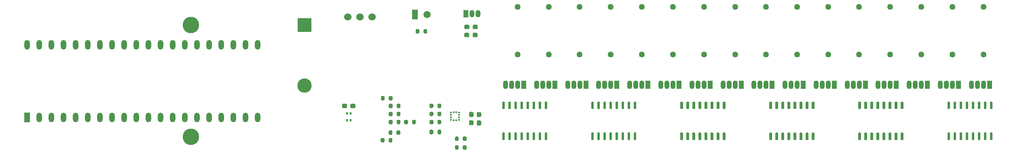
<source format=gbr>
G04 #@! TF.GenerationSoftware,KiCad,Pcbnew,(5.1.12)-1*
G04 #@! TF.CreationDate,2022-05-10T22:26:18-07:00*
G04 #@! TF.ProjectId,Spring2022,53707269-6e67-4323-9032-322e6b696361,rev?*
G04 #@! TF.SameCoordinates,PX3a2c940PY3fe56c0*
G04 #@! TF.FileFunction,Soldermask,Bot*
G04 #@! TF.FilePolarity,Negative*
%FSLAX46Y46*%
G04 Gerber Fmt 4.6, Leading zero omitted, Abs format (unit mm)*
G04 Created by KiCad (PCBNEW (5.1.12)-1) date 2022-05-10 22:26:18*
%MOMM*%
%LPD*%
G01*
G04 APERTURE LIST*
%ADD10R,0.381000X0.355600*%
%ADD11R,0.355600X0.381000*%
%ADD12R,0.300000X0.500000*%
%ADD13R,1.070000X1.500000*%
%ADD14O,1.070000X1.500000*%
%ADD15C,1.524000*%
%ADD16C,1.500000*%
%ADD17R,1.200000X2.000000*%
%ADD18C,1.250000*%
%ADD19C,3.450000*%
%ADD20C,3.000000*%
%ADD21R,3.000000X3.000000*%
%ADD22O,1.200000X2.000000*%
%ADD23R,1.070000X1.800000*%
%ADD24O,1.070000X1.800000*%
G04 APERTURE END LIST*
D10*
G04 #@! TO.C,U12*
X90583100Y11479999D03*
X90583100Y11980000D03*
X90583100Y12480000D03*
X90583100Y12980001D03*
D11*
X91184000Y13080900D03*
X91684000Y13080900D03*
D10*
X92284900Y12980001D03*
X92284900Y12480000D03*
X92284900Y11980000D03*
X92284900Y11479999D03*
D11*
X91684000Y11379100D03*
X91184000Y11379100D03*
G04 #@! TD*
G04 #@! TO.C,U7*
G36*
G01*
X101447500Y8850000D02*
X101722500Y8850000D01*
G75*
G02*
X101860000Y8712500I0J-137500D01*
G01*
X101860000Y7387500D01*
G75*
G02*
X101722500Y7250000I-137500J0D01*
G01*
X101447500Y7250000D01*
G75*
G02*
X101310000Y7387500I0J137500D01*
G01*
X101310000Y8712500D01*
G75*
G02*
X101447500Y8850000I137500J0D01*
G01*
G37*
G36*
G01*
X102717500Y8850000D02*
X102992500Y8850000D01*
G75*
G02*
X103130000Y8712500I0J-137500D01*
G01*
X103130000Y7387500D01*
G75*
G02*
X102992500Y7250000I-137500J0D01*
G01*
X102717500Y7250000D01*
G75*
G02*
X102580000Y7387500I0J137500D01*
G01*
X102580000Y8712500D01*
G75*
G02*
X102717500Y8850000I137500J0D01*
G01*
G37*
G36*
G01*
X103987500Y8850000D02*
X104262500Y8850000D01*
G75*
G02*
X104400000Y8712500I0J-137500D01*
G01*
X104400000Y7387500D01*
G75*
G02*
X104262500Y7250000I-137500J0D01*
G01*
X103987500Y7250000D01*
G75*
G02*
X103850000Y7387500I0J137500D01*
G01*
X103850000Y8712500D01*
G75*
G02*
X103987500Y8850000I137500J0D01*
G01*
G37*
G36*
G01*
X105257500Y8850000D02*
X105532500Y8850000D01*
G75*
G02*
X105670000Y8712500I0J-137500D01*
G01*
X105670000Y7387500D01*
G75*
G02*
X105532500Y7250000I-137500J0D01*
G01*
X105257500Y7250000D01*
G75*
G02*
X105120000Y7387500I0J137500D01*
G01*
X105120000Y8712500D01*
G75*
G02*
X105257500Y8850000I137500J0D01*
G01*
G37*
G36*
G01*
X106527500Y8850000D02*
X106802500Y8850000D01*
G75*
G02*
X106940000Y8712500I0J-137500D01*
G01*
X106940000Y7387500D01*
G75*
G02*
X106802500Y7250000I-137500J0D01*
G01*
X106527500Y7250000D01*
G75*
G02*
X106390000Y7387500I0J137500D01*
G01*
X106390000Y8712500D01*
G75*
G02*
X106527500Y8850000I137500J0D01*
G01*
G37*
G36*
G01*
X107797500Y8850000D02*
X108072500Y8850000D01*
G75*
G02*
X108210000Y8712500I0J-137500D01*
G01*
X108210000Y7387500D01*
G75*
G02*
X108072500Y7250000I-137500J0D01*
G01*
X107797500Y7250000D01*
G75*
G02*
X107660000Y7387500I0J137500D01*
G01*
X107660000Y8712500D01*
G75*
G02*
X107797500Y8850000I137500J0D01*
G01*
G37*
G36*
G01*
X109067500Y8850000D02*
X109342500Y8850000D01*
G75*
G02*
X109480000Y8712500I0J-137500D01*
G01*
X109480000Y7387500D01*
G75*
G02*
X109342500Y7250000I-137500J0D01*
G01*
X109067500Y7250000D01*
G75*
G02*
X108930000Y7387500I0J137500D01*
G01*
X108930000Y8712500D01*
G75*
G02*
X109067500Y8850000I137500J0D01*
G01*
G37*
G36*
G01*
X110337500Y8850000D02*
X110612500Y8850000D01*
G75*
G02*
X110750000Y8712500I0J-137500D01*
G01*
X110750000Y7387500D01*
G75*
G02*
X110612500Y7250000I-137500J0D01*
G01*
X110337500Y7250000D01*
G75*
G02*
X110200000Y7387500I0J137500D01*
G01*
X110200000Y8712500D01*
G75*
G02*
X110337500Y8850000I137500J0D01*
G01*
G37*
G36*
G01*
X110337500Y15350000D02*
X110612500Y15350000D01*
G75*
G02*
X110750000Y15212500I0J-137500D01*
G01*
X110750000Y13887500D01*
G75*
G02*
X110612500Y13750000I-137500J0D01*
G01*
X110337500Y13750000D01*
G75*
G02*
X110200000Y13887500I0J137500D01*
G01*
X110200000Y15212500D01*
G75*
G02*
X110337500Y15350000I137500J0D01*
G01*
G37*
G36*
G01*
X109067500Y15350000D02*
X109342500Y15350000D01*
G75*
G02*
X109480000Y15212500I0J-137500D01*
G01*
X109480000Y13887500D01*
G75*
G02*
X109342500Y13750000I-137500J0D01*
G01*
X109067500Y13750000D01*
G75*
G02*
X108930000Y13887500I0J137500D01*
G01*
X108930000Y15212500D01*
G75*
G02*
X109067500Y15350000I137500J0D01*
G01*
G37*
G36*
G01*
X107797500Y15350000D02*
X108072500Y15350000D01*
G75*
G02*
X108210000Y15212500I0J-137500D01*
G01*
X108210000Y13887500D01*
G75*
G02*
X108072500Y13750000I-137500J0D01*
G01*
X107797500Y13750000D01*
G75*
G02*
X107660000Y13887500I0J137500D01*
G01*
X107660000Y15212500D01*
G75*
G02*
X107797500Y15350000I137500J0D01*
G01*
G37*
G36*
G01*
X106527500Y15350000D02*
X106802500Y15350000D01*
G75*
G02*
X106940000Y15212500I0J-137500D01*
G01*
X106940000Y13887500D01*
G75*
G02*
X106802500Y13750000I-137500J0D01*
G01*
X106527500Y13750000D01*
G75*
G02*
X106390000Y13887500I0J137500D01*
G01*
X106390000Y15212500D01*
G75*
G02*
X106527500Y15350000I137500J0D01*
G01*
G37*
G36*
G01*
X105257500Y15350000D02*
X105532500Y15350000D01*
G75*
G02*
X105670000Y15212500I0J-137500D01*
G01*
X105670000Y13887500D01*
G75*
G02*
X105532500Y13750000I-137500J0D01*
G01*
X105257500Y13750000D01*
G75*
G02*
X105120000Y13887500I0J137500D01*
G01*
X105120000Y15212500D01*
G75*
G02*
X105257500Y15350000I137500J0D01*
G01*
G37*
G36*
G01*
X103987500Y15350000D02*
X104262500Y15350000D01*
G75*
G02*
X104400000Y15212500I0J-137500D01*
G01*
X104400000Y13887500D01*
G75*
G02*
X104262500Y13750000I-137500J0D01*
G01*
X103987500Y13750000D01*
G75*
G02*
X103850000Y13887500I0J137500D01*
G01*
X103850000Y15212500D01*
G75*
G02*
X103987500Y15350000I137500J0D01*
G01*
G37*
G36*
G01*
X102717500Y15350000D02*
X102992500Y15350000D01*
G75*
G02*
X103130000Y15212500I0J-137500D01*
G01*
X103130000Y13887500D01*
G75*
G02*
X102992500Y13750000I-137500J0D01*
G01*
X102717500Y13750000D01*
G75*
G02*
X102580000Y13887500I0J137500D01*
G01*
X102580000Y15212500D01*
G75*
G02*
X102717500Y15350000I137500J0D01*
G01*
G37*
G36*
G01*
X101447500Y15350000D02*
X101722500Y15350000D01*
G75*
G02*
X101860000Y15212500I0J-137500D01*
G01*
X101860000Y13887500D01*
G75*
G02*
X101722500Y13750000I-137500J0D01*
G01*
X101447500Y13750000D01*
G75*
G02*
X101310000Y13887500I0J137500D01*
G01*
X101310000Y15212500D01*
G75*
G02*
X101447500Y15350000I137500J0D01*
G01*
G37*
G04 #@! TD*
G04 #@! TO.C,R30*
G36*
G01*
X82419000Y10775000D02*
X82419000Y11325000D01*
G75*
G02*
X82619000Y11525000I200000J0D01*
G01*
X83019000Y11525000D01*
G75*
G02*
X83219000Y11325000I0J-200000D01*
G01*
X83219000Y10775000D01*
G75*
G02*
X83019000Y10575000I-200000J0D01*
G01*
X82619000Y10575000D01*
G75*
G02*
X82419000Y10775000I0J200000D01*
G01*
G37*
G36*
G01*
X80769000Y10775000D02*
X80769000Y11325000D01*
G75*
G02*
X80969000Y11525000I200000J0D01*
G01*
X81369000Y11525000D01*
G75*
G02*
X81569000Y11325000I0J-200000D01*
G01*
X81569000Y10775000D01*
G75*
G02*
X81369000Y10575000I-200000J0D01*
G01*
X80969000Y10575000D01*
G75*
G02*
X80769000Y10775000I0J200000D01*
G01*
G37*
G04 #@! TD*
D12*
G04 #@! TO.C,U11*
X69584000Y11450000D03*
X68784000Y11450000D03*
X68784000Y12850000D03*
X69584000Y12850000D03*
G04 #@! TD*
D13*
G04 #@! TO.C,U10*
X93716000Y33744000D03*
D14*
X96256000Y33744000D03*
X94986000Y33744000D03*
G04 #@! TD*
D15*
G04 #@! TO.C,U8*
X74040000Y33100000D03*
X68960000Y33100000D03*
X71500000Y33100000D03*
G04 #@! TD*
G04 #@! TO.C,R29*
G36*
G01*
X92209000Y7805000D02*
X92209000Y7255000D01*
G75*
G02*
X92009000Y7055000I-200000J0D01*
G01*
X91609000Y7055000D01*
G75*
G02*
X91409000Y7255000I0J200000D01*
G01*
X91409000Y7805000D01*
G75*
G02*
X91609000Y8005000I200000J0D01*
G01*
X92009000Y8005000D01*
G75*
G02*
X92209000Y7805000I0J-200000D01*
G01*
G37*
G36*
G01*
X93859000Y7805000D02*
X93859000Y7255000D01*
G75*
G02*
X93659000Y7055000I-200000J0D01*
G01*
X93259000Y7055000D01*
G75*
G02*
X93059000Y7255000I0J200000D01*
G01*
X93059000Y7805000D01*
G75*
G02*
X93259000Y8005000I200000J0D01*
G01*
X93659000Y8005000D01*
G75*
G02*
X93859000Y7805000I0J-200000D01*
G01*
G37*
G04 #@! TD*
G04 #@! TO.C,R28*
G36*
G01*
X92209000Y6005000D02*
X92209000Y5455000D01*
G75*
G02*
X92009000Y5255000I-200000J0D01*
G01*
X91609000Y5255000D01*
G75*
G02*
X91409000Y5455000I0J200000D01*
G01*
X91409000Y6005000D01*
G75*
G02*
X91609000Y6205000I200000J0D01*
G01*
X92009000Y6205000D01*
G75*
G02*
X92209000Y6005000I0J-200000D01*
G01*
G37*
G36*
G01*
X93859000Y6005000D02*
X93859000Y5455000D01*
G75*
G02*
X93659000Y5255000I-200000J0D01*
G01*
X93259000Y5255000D01*
G75*
G02*
X93059000Y5455000I0J200000D01*
G01*
X93059000Y6005000D01*
G75*
G02*
X93259000Y6205000I200000J0D01*
G01*
X93659000Y6205000D01*
G75*
G02*
X93859000Y6005000I0J-200000D01*
G01*
G37*
G04 #@! TD*
G04 #@! TO.C,R27*
G36*
G01*
X79209000Y10775000D02*
X79209000Y11325000D01*
G75*
G02*
X79409000Y11525000I200000J0D01*
G01*
X79809000Y11525000D01*
G75*
G02*
X80009000Y11325000I0J-200000D01*
G01*
X80009000Y10775000D01*
G75*
G02*
X79809000Y10575000I-200000J0D01*
G01*
X79409000Y10575000D01*
G75*
G02*
X79209000Y10775000I0J200000D01*
G01*
G37*
G36*
G01*
X77559000Y10775000D02*
X77559000Y11325000D01*
G75*
G02*
X77759000Y11525000I200000J0D01*
G01*
X78159000Y11525000D01*
G75*
G02*
X78359000Y11325000I0J-200000D01*
G01*
X78359000Y10775000D01*
G75*
G02*
X78159000Y10575000I-200000J0D01*
G01*
X77759000Y10575000D01*
G75*
G02*
X77559000Y10775000I0J200000D01*
G01*
G37*
G04 #@! TD*
G04 #@! TO.C,R26*
G36*
G01*
X79189000Y8555000D02*
X79189000Y9105000D01*
G75*
G02*
X79389000Y9305000I200000J0D01*
G01*
X79789000Y9305000D01*
G75*
G02*
X79989000Y9105000I0J-200000D01*
G01*
X79989000Y8555000D01*
G75*
G02*
X79789000Y8355000I-200000J0D01*
G01*
X79389000Y8355000D01*
G75*
G02*
X79189000Y8555000I0J200000D01*
G01*
G37*
G36*
G01*
X77539000Y8555000D02*
X77539000Y9105000D01*
G75*
G02*
X77739000Y9305000I200000J0D01*
G01*
X78139000Y9305000D01*
G75*
G02*
X78339000Y9105000I0J-200000D01*
G01*
X78339000Y8555000D01*
G75*
G02*
X78139000Y8355000I-200000J0D01*
G01*
X77739000Y8355000D01*
G75*
G02*
X77539000Y8555000I0J200000D01*
G01*
G37*
G04 #@! TD*
G04 #@! TO.C,R25*
G36*
G01*
X79209000Y14175000D02*
X79209000Y14725000D01*
G75*
G02*
X79409000Y14925000I200000J0D01*
G01*
X79809000Y14925000D01*
G75*
G02*
X80009000Y14725000I0J-200000D01*
G01*
X80009000Y14175000D01*
G75*
G02*
X79809000Y13975000I-200000J0D01*
G01*
X79409000Y13975000D01*
G75*
G02*
X79209000Y14175000I0J200000D01*
G01*
G37*
G36*
G01*
X77559000Y14175000D02*
X77559000Y14725000D01*
G75*
G02*
X77759000Y14925000I200000J0D01*
G01*
X78159000Y14925000D01*
G75*
G02*
X78359000Y14725000I0J-200000D01*
G01*
X78359000Y14175000D01*
G75*
G02*
X78159000Y13975000I-200000J0D01*
G01*
X77759000Y13975000D01*
G75*
G02*
X77559000Y14175000I0J200000D01*
G01*
G37*
G04 #@! TD*
G04 #@! TO.C,R24*
G36*
G01*
X78359000Y13025000D02*
X78359000Y12475000D01*
G75*
G02*
X78159000Y12275000I-200000J0D01*
G01*
X77759000Y12275000D01*
G75*
G02*
X77559000Y12475000I0J200000D01*
G01*
X77559000Y13025000D01*
G75*
G02*
X77759000Y13225000I200000J0D01*
G01*
X78159000Y13225000D01*
G75*
G02*
X78359000Y13025000I0J-200000D01*
G01*
G37*
G36*
G01*
X80009000Y13025000D02*
X80009000Y12475000D01*
G75*
G02*
X79809000Y12275000I-200000J0D01*
G01*
X79409000Y12275000D01*
G75*
G02*
X79209000Y12475000I0J200000D01*
G01*
X79209000Y13025000D01*
G75*
G02*
X79409000Y13225000I200000J0D01*
G01*
X79809000Y13225000D01*
G75*
G02*
X80009000Y13025000I0J-200000D01*
G01*
G37*
G04 #@! TD*
G04 #@! TO.C,R23*
G36*
G01*
X87749000Y10775000D02*
X87749000Y11325000D01*
G75*
G02*
X87949000Y11525000I200000J0D01*
G01*
X88349000Y11525000D01*
G75*
G02*
X88549000Y11325000I0J-200000D01*
G01*
X88549000Y10775000D01*
G75*
G02*
X88349000Y10575000I-200000J0D01*
G01*
X87949000Y10575000D01*
G75*
G02*
X87749000Y10775000I0J200000D01*
G01*
G37*
G36*
G01*
X86099000Y10775000D02*
X86099000Y11325000D01*
G75*
G02*
X86299000Y11525000I200000J0D01*
G01*
X86699000Y11525000D01*
G75*
G02*
X86899000Y11325000I0J-200000D01*
G01*
X86899000Y10775000D01*
G75*
G02*
X86699000Y10575000I-200000J0D01*
G01*
X86299000Y10575000D01*
G75*
G02*
X86099000Y10775000I0J200000D01*
G01*
G37*
G04 #@! TD*
G04 #@! TO.C,R22*
G36*
G01*
X87749000Y12475000D02*
X87749000Y13025000D01*
G75*
G02*
X87949000Y13225000I200000J0D01*
G01*
X88349000Y13225000D01*
G75*
G02*
X88549000Y13025000I0J-200000D01*
G01*
X88549000Y12475000D01*
G75*
G02*
X88349000Y12275000I-200000J0D01*
G01*
X87949000Y12275000D01*
G75*
G02*
X87749000Y12475000I0J200000D01*
G01*
G37*
G36*
G01*
X86099000Y12475000D02*
X86099000Y13025000D01*
G75*
G02*
X86299000Y13225000I200000J0D01*
G01*
X86699000Y13225000D01*
G75*
G02*
X86899000Y13025000I0J-200000D01*
G01*
X86899000Y12475000D01*
G75*
G02*
X86699000Y12275000I-200000J0D01*
G01*
X86299000Y12275000D01*
G75*
G02*
X86099000Y12475000I0J200000D01*
G01*
G37*
G04 #@! TD*
G04 #@! TO.C,R21*
G36*
G01*
X87749000Y14175000D02*
X87749000Y14725000D01*
G75*
G02*
X87949000Y14925000I200000J0D01*
G01*
X88349000Y14925000D01*
G75*
G02*
X88549000Y14725000I0J-200000D01*
G01*
X88549000Y14175000D01*
G75*
G02*
X88349000Y13975000I-200000J0D01*
G01*
X87949000Y13975000D01*
G75*
G02*
X87749000Y14175000I0J200000D01*
G01*
G37*
G36*
G01*
X86099000Y14175000D02*
X86099000Y14725000D01*
G75*
G02*
X86299000Y14925000I200000J0D01*
G01*
X86699000Y14925000D01*
G75*
G02*
X86899000Y14725000I0J-200000D01*
G01*
X86899000Y14175000D01*
G75*
G02*
X86699000Y13975000I-200000J0D01*
G01*
X86299000Y13975000D01*
G75*
G02*
X86099000Y14175000I0J200000D01*
G01*
G37*
G04 #@! TD*
G04 #@! TO.C,R20*
G36*
G01*
X87749000Y8687000D02*
X87749000Y9237000D01*
G75*
G02*
X87949000Y9437000I200000J0D01*
G01*
X88349000Y9437000D01*
G75*
G02*
X88549000Y9237000I0J-200000D01*
G01*
X88549000Y8687000D01*
G75*
G02*
X88349000Y8487000I-200000J0D01*
G01*
X87949000Y8487000D01*
G75*
G02*
X87749000Y8687000I0J200000D01*
G01*
G37*
G36*
G01*
X86099000Y8687000D02*
X86099000Y9237000D01*
G75*
G02*
X86299000Y9437000I200000J0D01*
G01*
X86699000Y9437000D01*
G75*
G02*
X86899000Y9237000I0J-200000D01*
G01*
X86899000Y8687000D01*
G75*
G02*
X86699000Y8487000I-200000J0D01*
G01*
X86299000Y8487000D01*
G75*
G02*
X86099000Y8687000I0J200000D01*
G01*
G37*
G04 #@! TD*
G04 #@! TO.C,R19*
G36*
G01*
X83975000Y30375000D02*
X83975000Y29825000D01*
G75*
G02*
X83775000Y29625000I-200000J0D01*
G01*
X83375000Y29625000D01*
G75*
G02*
X83175000Y29825000I0J200000D01*
G01*
X83175000Y30375000D01*
G75*
G02*
X83375000Y30575000I200000J0D01*
G01*
X83775000Y30575000D01*
G75*
G02*
X83975000Y30375000I0J-200000D01*
G01*
G37*
G36*
G01*
X85625000Y30375000D02*
X85625000Y29825000D01*
G75*
G02*
X85425000Y29625000I-200000J0D01*
G01*
X85025000Y29625000D01*
G75*
G02*
X84825000Y29825000I0J200000D01*
G01*
X84825000Y30375000D01*
G75*
G02*
X85025000Y30575000I200000J0D01*
G01*
X85425000Y30575000D01*
G75*
G02*
X85625000Y30375000I0J-200000D01*
G01*
G37*
G04 #@! TD*
G04 #@! TO.C,R18*
G36*
G01*
X77565000Y15765000D02*
X77565000Y16315000D01*
G75*
G02*
X77765000Y16515000I200000J0D01*
G01*
X78165000Y16515000D01*
G75*
G02*
X78365000Y16315000I0J-200000D01*
G01*
X78365000Y15765000D01*
G75*
G02*
X78165000Y15565000I-200000J0D01*
G01*
X77765000Y15565000D01*
G75*
G02*
X77565000Y15765000I0J200000D01*
G01*
G37*
G36*
G01*
X75915000Y15765000D02*
X75915000Y16315000D01*
G75*
G02*
X76115000Y16515000I200000J0D01*
G01*
X76515000Y16515000D01*
G75*
G02*
X76715000Y16315000I0J-200000D01*
G01*
X76715000Y15765000D01*
G75*
G02*
X76515000Y15565000I-200000J0D01*
G01*
X76115000Y15565000D01*
G75*
G02*
X75915000Y15765000I0J200000D01*
G01*
G37*
G04 #@! TD*
G04 #@! TO.C,R17*
G36*
G01*
X77535000Y6955000D02*
X77535000Y7505000D01*
G75*
G02*
X77735000Y7705000I200000J0D01*
G01*
X78135000Y7705000D01*
G75*
G02*
X78335000Y7505000I0J-200000D01*
G01*
X78335000Y6955000D01*
G75*
G02*
X78135000Y6755000I-200000J0D01*
G01*
X77735000Y6755000D01*
G75*
G02*
X77535000Y6955000I0J200000D01*
G01*
G37*
G36*
G01*
X75885000Y6955000D02*
X75885000Y7505000D01*
G75*
G02*
X76085000Y7705000I200000J0D01*
G01*
X76485000Y7705000D01*
G75*
G02*
X76685000Y7505000I0J-200000D01*
G01*
X76685000Y6955000D01*
G75*
G02*
X76485000Y6755000I-200000J0D01*
G01*
X76085000Y6755000D01*
G75*
G02*
X75885000Y6955000I0J200000D01*
G01*
G37*
G04 #@! TD*
D16*
G04 #@! TO.C,LED11*
X85570000Y33600000D03*
D17*
X83030000Y33600000D03*
G04 #@! TD*
G04 #@! TO.C,C5*
G36*
G01*
X96671500Y10330000D02*
X96196500Y10330000D01*
G75*
G02*
X95959000Y10567500I0J237500D01*
G01*
X95959000Y11142500D01*
G75*
G02*
X96196500Y11380000I237500J0D01*
G01*
X96671500Y11380000D01*
G75*
G02*
X96909000Y11142500I0J-237500D01*
G01*
X96909000Y10567500D01*
G75*
G02*
X96671500Y10330000I-237500J0D01*
G01*
G37*
G36*
G01*
X96671500Y12080000D02*
X96196500Y12080000D01*
G75*
G02*
X95959000Y12317500I0J237500D01*
G01*
X95959000Y12892500D01*
G75*
G02*
X96196500Y13130000I237500J0D01*
G01*
X96671500Y13130000D01*
G75*
G02*
X96909000Y12892500I0J-237500D01*
G01*
X96909000Y12317500D01*
G75*
G02*
X96671500Y12080000I-237500J0D01*
G01*
G37*
G04 #@! TD*
G04 #@! TO.C,C4*
G36*
G01*
X95071500Y10355000D02*
X94596500Y10355000D01*
G75*
G02*
X94359000Y10592500I0J237500D01*
G01*
X94359000Y11167500D01*
G75*
G02*
X94596500Y11405000I237500J0D01*
G01*
X95071500Y11405000D01*
G75*
G02*
X95309000Y11167500I0J-237500D01*
G01*
X95309000Y10592500D01*
G75*
G02*
X95071500Y10355000I-237500J0D01*
G01*
G37*
G36*
G01*
X95071500Y12105000D02*
X94596500Y12105000D01*
G75*
G02*
X94359000Y12342500I0J237500D01*
G01*
X94359000Y12917500D01*
G75*
G02*
X94596500Y13155000I237500J0D01*
G01*
X95071500Y13155000D01*
G75*
G02*
X95309000Y12917500I0J-237500D01*
G01*
X95309000Y12342500D01*
G75*
G02*
X95071500Y12105000I-237500J0D01*
G01*
G37*
G04 #@! TD*
G04 #@! TO.C,C3*
G36*
G01*
X67780000Y14172500D02*
X67780000Y14647500D01*
G75*
G02*
X68017500Y14885000I237500J0D01*
G01*
X68592500Y14885000D01*
G75*
G02*
X68830000Y14647500I0J-237500D01*
G01*
X68830000Y14172500D01*
G75*
G02*
X68592500Y13935000I-237500J0D01*
G01*
X68017500Y13935000D01*
G75*
G02*
X67780000Y14172500I0J237500D01*
G01*
G37*
G36*
G01*
X69530000Y14172500D02*
X69530000Y14647500D01*
G75*
G02*
X69767500Y14885000I237500J0D01*
G01*
X70342500Y14885000D01*
G75*
G02*
X70580000Y14647500I0J-237500D01*
G01*
X70580000Y14172500D01*
G75*
G02*
X70342500Y13935000I-237500J0D01*
G01*
X69767500Y13935000D01*
G75*
G02*
X69530000Y14172500I0J237500D01*
G01*
G37*
G04 #@! TD*
G04 #@! TO.C,C2*
G36*
G01*
X93396000Y30746500D02*
X93396000Y31221500D01*
G75*
G02*
X93633500Y31459000I237500J0D01*
G01*
X94208500Y31459000D01*
G75*
G02*
X94446000Y31221500I0J-237500D01*
G01*
X94446000Y30746500D01*
G75*
G02*
X94208500Y30509000I-237500J0D01*
G01*
X93633500Y30509000D01*
G75*
G02*
X93396000Y30746500I0J237500D01*
G01*
G37*
G36*
G01*
X95146000Y30746500D02*
X95146000Y31221500D01*
G75*
G02*
X95383500Y31459000I237500J0D01*
G01*
X95958500Y31459000D01*
G75*
G02*
X96196000Y31221500I0J-237500D01*
G01*
X96196000Y30746500D01*
G75*
G02*
X95958500Y30509000I-237500J0D01*
G01*
X95383500Y30509000D01*
G75*
G02*
X95146000Y30746500I0J237500D01*
G01*
G37*
G04 #@! TD*
G04 #@! TO.C,C1*
G36*
G01*
X93376000Y29056500D02*
X93376000Y29531500D01*
G75*
G02*
X93613500Y29769000I237500J0D01*
G01*
X94188500Y29769000D01*
G75*
G02*
X94426000Y29531500I0J-237500D01*
G01*
X94426000Y29056500D01*
G75*
G02*
X94188500Y28819000I-237500J0D01*
G01*
X93613500Y28819000D01*
G75*
G02*
X93376000Y29056500I0J237500D01*
G01*
G37*
G36*
G01*
X95126000Y29056500D02*
X95126000Y29531500D01*
G75*
G02*
X95363500Y29769000I237500J0D01*
G01*
X95938500Y29769000D01*
G75*
G02*
X96176000Y29531500I0J-237500D01*
G01*
X96176000Y29056500D01*
G75*
G02*
X95938500Y28819000I-237500J0D01*
G01*
X95363500Y28819000D01*
G75*
G02*
X95126000Y29056500I0J237500D01*
G01*
G37*
G04 #@! TD*
D18*
G04 #@! TO.C,R16*
X104539200Y25216000D03*
X104539200Y35216000D03*
G04 #@! TD*
G04 #@! TO.C,R15*
X111067000Y25216000D03*
X111067000Y35216000D03*
G04 #@! TD*
G04 #@! TO.C,R14*
X117544000Y25216000D03*
X117544000Y35216000D03*
G04 #@! TD*
G04 #@! TO.C,R13*
X124046400Y25216000D03*
X124046400Y35216000D03*
G04 #@! TD*
G04 #@! TO.C,R12*
X130574200Y25216000D03*
X130574200Y35216000D03*
G04 #@! TD*
G04 #@! TO.C,R11*
X137076600Y25216000D03*
X137076600Y35216000D03*
G04 #@! TD*
G04 #@! TO.C,R10*
X143579000Y25216000D03*
X143579000Y35216000D03*
G04 #@! TD*
G04 #@! TO.C,R9*
X150081400Y25216000D03*
X150081400Y35216000D03*
G04 #@! TD*
G04 #@! TO.C,R8*
X156558400Y25216000D03*
X156558400Y35216000D03*
G04 #@! TD*
G04 #@! TO.C,R7*
X163060800Y25216000D03*
X163060800Y35216000D03*
G04 #@! TD*
G04 #@! TO.C,R6*
X169563200Y25216000D03*
X169563200Y35216000D03*
G04 #@! TD*
G04 #@! TO.C,R5*
X176040200Y25216000D03*
X176040200Y35216000D03*
G04 #@! TD*
G04 #@! TO.C,R4*
X182568000Y25216000D03*
X182568000Y35216000D03*
G04 #@! TD*
G04 #@! TO.C,R3*
X189070400Y25216000D03*
X189070400Y35216000D03*
G04 #@! TD*
G04 #@! TO.C,R2*
X195572800Y25216000D03*
X195572800Y35216000D03*
G04 #@! TD*
G04 #@! TO.C,R1*
X202075200Y25216000D03*
X202075200Y35216000D03*
G04 #@! TD*
D19*
G04 #@! TO.C,BT1*
X36180000Y7900000D03*
X36180000Y31400000D03*
D20*
X59900000Y18700000D03*
D21*
X59900000Y31400000D03*
G04 #@! TD*
G04 #@! TO.C,U6*
G36*
G01*
X120087500Y8850000D02*
X120362500Y8850000D01*
G75*
G02*
X120500000Y8712500I0J-137500D01*
G01*
X120500000Y7387500D01*
G75*
G02*
X120362500Y7250000I-137500J0D01*
G01*
X120087500Y7250000D01*
G75*
G02*
X119950000Y7387500I0J137500D01*
G01*
X119950000Y8712500D01*
G75*
G02*
X120087500Y8850000I137500J0D01*
G01*
G37*
G36*
G01*
X121357500Y8850000D02*
X121632500Y8850000D01*
G75*
G02*
X121770000Y8712500I0J-137500D01*
G01*
X121770000Y7387500D01*
G75*
G02*
X121632500Y7250000I-137500J0D01*
G01*
X121357500Y7250000D01*
G75*
G02*
X121220000Y7387500I0J137500D01*
G01*
X121220000Y8712500D01*
G75*
G02*
X121357500Y8850000I137500J0D01*
G01*
G37*
G36*
G01*
X122627500Y8850000D02*
X122902500Y8850000D01*
G75*
G02*
X123040000Y8712500I0J-137500D01*
G01*
X123040000Y7387500D01*
G75*
G02*
X122902500Y7250000I-137500J0D01*
G01*
X122627500Y7250000D01*
G75*
G02*
X122490000Y7387500I0J137500D01*
G01*
X122490000Y8712500D01*
G75*
G02*
X122627500Y8850000I137500J0D01*
G01*
G37*
G36*
G01*
X123897500Y8850000D02*
X124172500Y8850000D01*
G75*
G02*
X124310000Y8712500I0J-137500D01*
G01*
X124310000Y7387500D01*
G75*
G02*
X124172500Y7250000I-137500J0D01*
G01*
X123897500Y7250000D01*
G75*
G02*
X123760000Y7387500I0J137500D01*
G01*
X123760000Y8712500D01*
G75*
G02*
X123897500Y8850000I137500J0D01*
G01*
G37*
G36*
G01*
X125167500Y8850000D02*
X125442500Y8850000D01*
G75*
G02*
X125580000Y8712500I0J-137500D01*
G01*
X125580000Y7387500D01*
G75*
G02*
X125442500Y7250000I-137500J0D01*
G01*
X125167500Y7250000D01*
G75*
G02*
X125030000Y7387500I0J137500D01*
G01*
X125030000Y8712500D01*
G75*
G02*
X125167500Y8850000I137500J0D01*
G01*
G37*
G36*
G01*
X126437500Y8850000D02*
X126712500Y8850000D01*
G75*
G02*
X126850000Y8712500I0J-137500D01*
G01*
X126850000Y7387500D01*
G75*
G02*
X126712500Y7250000I-137500J0D01*
G01*
X126437500Y7250000D01*
G75*
G02*
X126300000Y7387500I0J137500D01*
G01*
X126300000Y8712500D01*
G75*
G02*
X126437500Y8850000I137500J0D01*
G01*
G37*
G36*
G01*
X127707500Y8850000D02*
X127982500Y8850000D01*
G75*
G02*
X128120000Y8712500I0J-137500D01*
G01*
X128120000Y7387500D01*
G75*
G02*
X127982500Y7250000I-137500J0D01*
G01*
X127707500Y7250000D01*
G75*
G02*
X127570000Y7387500I0J137500D01*
G01*
X127570000Y8712500D01*
G75*
G02*
X127707500Y8850000I137500J0D01*
G01*
G37*
G36*
G01*
X128977500Y8850000D02*
X129252500Y8850000D01*
G75*
G02*
X129390000Y8712500I0J-137500D01*
G01*
X129390000Y7387500D01*
G75*
G02*
X129252500Y7250000I-137500J0D01*
G01*
X128977500Y7250000D01*
G75*
G02*
X128840000Y7387500I0J137500D01*
G01*
X128840000Y8712500D01*
G75*
G02*
X128977500Y8850000I137500J0D01*
G01*
G37*
G36*
G01*
X128977500Y15350000D02*
X129252500Y15350000D01*
G75*
G02*
X129390000Y15212500I0J-137500D01*
G01*
X129390000Y13887500D01*
G75*
G02*
X129252500Y13750000I-137500J0D01*
G01*
X128977500Y13750000D01*
G75*
G02*
X128840000Y13887500I0J137500D01*
G01*
X128840000Y15212500D01*
G75*
G02*
X128977500Y15350000I137500J0D01*
G01*
G37*
G36*
G01*
X127707500Y15350000D02*
X127982500Y15350000D01*
G75*
G02*
X128120000Y15212500I0J-137500D01*
G01*
X128120000Y13887500D01*
G75*
G02*
X127982500Y13750000I-137500J0D01*
G01*
X127707500Y13750000D01*
G75*
G02*
X127570000Y13887500I0J137500D01*
G01*
X127570000Y15212500D01*
G75*
G02*
X127707500Y15350000I137500J0D01*
G01*
G37*
G36*
G01*
X126437500Y15350000D02*
X126712500Y15350000D01*
G75*
G02*
X126850000Y15212500I0J-137500D01*
G01*
X126850000Y13887500D01*
G75*
G02*
X126712500Y13750000I-137500J0D01*
G01*
X126437500Y13750000D01*
G75*
G02*
X126300000Y13887500I0J137500D01*
G01*
X126300000Y15212500D01*
G75*
G02*
X126437500Y15350000I137500J0D01*
G01*
G37*
G36*
G01*
X125167500Y15350000D02*
X125442500Y15350000D01*
G75*
G02*
X125580000Y15212500I0J-137500D01*
G01*
X125580000Y13887500D01*
G75*
G02*
X125442500Y13750000I-137500J0D01*
G01*
X125167500Y13750000D01*
G75*
G02*
X125030000Y13887500I0J137500D01*
G01*
X125030000Y15212500D01*
G75*
G02*
X125167500Y15350000I137500J0D01*
G01*
G37*
G36*
G01*
X123897500Y15350000D02*
X124172500Y15350000D01*
G75*
G02*
X124310000Y15212500I0J-137500D01*
G01*
X124310000Y13887500D01*
G75*
G02*
X124172500Y13750000I-137500J0D01*
G01*
X123897500Y13750000D01*
G75*
G02*
X123760000Y13887500I0J137500D01*
G01*
X123760000Y15212500D01*
G75*
G02*
X123897500Y15350000I137500J0D01*
G01*
G37*
G36*
G01*
X122627500Y15350000D02*
X122902500Y15350000D01*
G75*
G02*
X123040000Y15212500I0J-137500D01*
G01*
X123040000Y13887500D01*
G75*
G02*
X122902500Y13750000I-137500J0D01*
G01*
X122627500Y13750000D01*
G75*
G02*
X122490000Y13887500I0J137500D01*
G01*
X122490000Y15212500D01*
G75*
G02*
X122627500Y15350000I137500J0D01*
G01*
G37*
G36*
G01*
X121357500Y15350000D02*
X121632500Y15350000D01*
G75*
G02*
X121770000Y15212500I0J-137500D01*
G01*
X121770000Y13887500D01*
G75*
G02*
X121632500Y13750000I-137500J0D01*
G01*
X121357500Y13750000D01*
G75*
G02*
X121220000Y13887500I0J137500D01*
G01*
X121220000Y15212500D01*
G75*
G02*
X121357500Y15350000I137500J0D01*
G01*
G37*
G36*
G01*
X120087500Y15350000D02*
X120362500Y15350000D01*
G75*
G02*
X120500000Y15212500I0J-137500D01*
G01*
X120500000Y13887500D01*
G75*
G02*
X120362500Y13750000I-137500J0D01*
G01*
X120087500Y13750000D01*
G75*
G02*
X119950000Y13887500I0J137500D01*
G01*
X119950000Y15212500D01*
G75*
G02*
X120087500Y15350000I137500J0D01*
G01*
G37*
G04 #@! TD*
G04 #@! TO.C,U5*
G36*
G01*
X138727500Y8850000D02*
X139002500Y8850000D01*
G75*
G02*
X139140000Y8712500I0J-137500D01*
G01*
X139140000Y7387500D01*
G75*
G02*
X139002500Y7250000I-137500J0D01*
G01*
X138727500Y7250000D01*
G75*
G02*
X138590000Y7387500I0J137500D01*
G01*
X138590000Y8712500D01*
G75*
G02*
X138727500Y8850000I137500J0D01*
G01*
G37*
G36*
G01*
X139997500Y8850000D02*
X140272500Y8850000D01*
G75*
G02*
X140410000Y8712500I0J-137500D01*
G01*
X140410000Y7387500D01*
G75*
G02*
X140272500Y7250000I-137500J0D01*
G01*
X139997500Y7250000D01*
G75*
G02*
X139860000Y7387500I0J137500D01*
G01*
X139860000Y8712500D01*
G75*
G02*
X139997500Y8850000I137500J0D01*
G01*
G37*
G36*
G01*
X141267500Y8850000D02*
X141542500Y8850000D01*
G75*
G02*
X141680000Y8712500I0J-137500D01*
G01*
X141680000Y7387500D01*
G75*
G02*
X141542500Y7250000I-137500J0D01*
G01*
X141267500Y7250000D01*
G75*
G02*
X141130000Y7387500I0J137500D01*
G01*
X141130000Y8712500D01*
G75*
G02*
X141267500Y8850000I137500J0D01*
G01*
G37*
G36*
G01*
X142537500Y8850000D02*
X142812500Y8850000D01*
G75*
G02*
X142950000Y8712500I0J-137500D01*
G01*
X142950000Y7387500D01*
G75*
G02*
X142812500Y7250000I-137500J0D01*
G01*
X142537500Y7250000D01*
G75*
G02*
X142400000Y7387500I0J137500D01*
G01*
X142400000Y8712500D01*
G75*
G02*
X142537500Y8850000I137500J0D01*
G01*
G37*
G36*
G01*
X143807500Y8850000D02*
X144082500Y8850000D01*
G75*
G02*
X144220000Y8712500I0J-137500D01*
G01*
X144220000Y7387500D01*
G75*
G02*
X144082500Y7250000I-137500J0D01*
G01*
X143807500Y7250000D01*
G75*
G02*
X143670000Y7387500I0J137500D01*
G01*
X143670000Y8712500D01*
G75*
G02*
X143807500Y8850000I137500J0D01*
G01*
G37*
G36*
G01*
X145077500Y8850000D02*
X145352500Y8850000D01*
G75*
G02*
X145490000Y8712500I0J-137500D01*
G01*
X145490000Y7387500D01*
G75*
G02*
X145352500Y7250000I-137500J0D01*
G01*
X145077500Y7250000D01*
G75*
G02*
X144940000Y7387500I0J137500D01*
G01*
X144940000Y8712500D01*
G75*
G02*
X145077500Y8850000I137500J0D01*
G01*
G37*
G36*
G01*
X146347500Y8850000D02*
X146622500Y8850000D01*
G75*
G02*
X146760000Y8712500I0J-137500D01*
G01*
X146760000Y7387500D01*
G75*
G02*
X146622500Y7250000I-137500J0D01*
G01*
X146347500Y7250000D01*
G75*
G02*
X146210000Y7387500I0J137500D01*
G01*
X146210000Y8712500D01*
G75*
G02*
X146347500Y8850000I137500J0D01*
G01*
G37*
G36*
G01*
X147617500Y8850000D02*
X147892500Y8850000D01*
G75*
G02*
X148030000Y8712500I0J-137500D01*
G01*
X148030000Y7387500D01*
G75*
G02*
X147892500Y7250000I-137500J0D01*
G01*
X147617500Y7250000D01*
G75*
G02*
X147480000Y7387500I0J137500D01*
G01*
X147480000Y8712500D01*
G75*
G02*
X147617500Y8850000I137500J0D01*
G01*
G37*
G36*
G01*
X147617500Y15350000D02*
X147892500Y15350000D01*
G75*
G02*
X148030000Y15212500I0J-137500D01*
G01*
X148030000Y13887500D01*
G75*
G02*
X147892500Y13750000I-137500J0D01*
G01*
X147617500Y13750000D01*
G75*
G02*
X147480000Y13887500I0J137500D01*
G01*
X147480000Y15212500D01*
G75*
G02*
X147617500Y15350000I137500J0D01*
G01*
G37*
G36*
G01*
X146347500Y15350000D02*
X146622500Y15350000D01*
G75*
G02*
X146760000Y15212500I0J-137500D01*
G01*
X146760000Y13887500D01*
G75*
G02*
X146622500Y13750000I-137500J0D01*
G01*
X146347500Y13750000D01*
G75*
G02*
X146210000Y13887500I0J137500D01*
G01*
X146210000Y15212500D01*
G75*
G02*
X146347500Y15350000I137500J0D01*
G01*
G37*
G36*
G01*
X145077500Y15350000D02*
X145352500Y15350000D01*
G75*
G02*
X145490000Y15212500I0J-137500D01*
G01*
X145490000Y13887500D01*
G75*
G02*
X145352500Y13750000I-137500J0D01*
G01*
X145077500Y13750000D01*
G75*
G02*
X144940000Y13887500I0J137500D01*
G01*
X144940000Y15212500D01*
G75*
G02*
X145077500Y15350000I137500J0D01*
G01*
G37*
G36*
G01*
X143807500Y15350000D02*
X144082500Y15350000D01*
G75*
G02*
X144220000Y15212500I0J-137500D01*
G01*
X144220000Y13887500D01*
G75*
G02*
X144082500Y13750000I-137500J0D01*
G01*
X143807500Y13750000D01*
G75*
G02*
X143670000Y13887500I0J137500D01*
G01*
X143670000Y15212500D01*
G75*
G02*
X143807500Y15350000I137500J0D01*
G01*
G37*
G36*
G01*
X142537500Y15350000D02*
X142812500Y15350000D01*
G75*
G02*
X142950000Y15212500I0J-137500D01*
G01*
X142950000Y13887500D01*
G75*
G02*
X142812500Y13750000I-137500J0D01*
G01*
X142537500Y13750000D01*
G75*
G02*
X142400000Y13887500I0J137500D01*
G01*
X142400000Y15212500D01*
G75*
G02*
X142537500Y15350000I137500J0D01*
G01*
G37*
G36*
G01*
X141267500Y15350000D02*
X141542500Y15350000D01*
G75*
G02*
X141680000Y15212500I0J-137500D01*
G01*
X141680000Y13887500D01*
G75*
G02*
X141542500Y13750000I-137500J0D01*
G01*
X141267500Y13750000D01*
G75*
G02*
X141130000Y13887500I0J137500D01*
G01*
X141130000Y15212500D01*
G75*
G02*
X141267500Y15350000I137500J0D01*
G01*
G37*
G36*
G01*
X139997500Y15350000D02*
X140272500Y15350000D01*
G75*
G02*
X140410000Y15212500I0J-137500D01*
G01*
X140410000Y13887500D01*
G75*
G02*
X140272500Y13750000I-137500J0D01*
G01*
X139997500Y13750000D01*
G75*
G02*
X139860000Y13887500I0J137500D01*
G01*
X139860000Y15212500D01*
G75*
G02*
X139997500Y15350000I137500J0D01*
G01*
G37*
G36*
G01*
X138727500Y15350000D02*
X139002500Y15350000D01*
G75*
G02*
X139140000Y15212500I0J-137500D01*
G01*
X139140000Y13887500D01*
G75*
G02*
X139002500Y13750000I-137500J0D01*
G01*
X138727500Y13750000D01*
G75*
G02*
X138590000Y13887500I0J137500D01*
G01*
X138590000Y15212500D01*
G75*
G02*
X138727500Y15350000I137500J0D01*
G01*
G37*
G04 #@! TD*
G04 #@! TO.C,U4*
G36*
G01*
X157367500Y8850000D02*
X157642500Y8850000D01*
G75*
G02*
X157780000Y8712500I0J-137500D01*
G01*
X157780000Y7387500D01*
G75*
G02*
X157642500Y7250000I-137500J0D01*
G01*
X157367500Y7250000D01*
G75*
G02*
X157230000Y7387500I0J137500D01*
G01*
X157230000Y8712500D01*
G75*
G02*
X157367500Y8850000I137500J0D01*
G01*
G37*
G36*
G01*
X158637500Y8850000D02*
X158912500Y8850000D01*
G75*
G02*
X159050000Y8712500I0J-137500D01*
G01*
X159050000Y7387500D01*
G75*
G02*
X158912500Y7250000I-137500J0D01*
G01*
X158637500Y7250000D01*
G75*
G02*
X158500000Y7387500I0J137500D01*
G01*
X158500000Y8712500D01*
G75*
G02*
X158637500Y8850000I137500J0D01*
G01*
G37*
G36*
G01*
X159907500Y8850000D02*
X160182500Y8850000D01*
G75*
G02*
X160320000Y8712500I0J-137500D01*
G01*
X160320000Y7387500D01*
G75*
G02*
X160182500Y7250000I-137500J0D01*
G01*
X159907500Y7250000D01*
G75*
G02*
X159770000Y7387500I0J137500D01*
G01*
X159770000Y8712500D01*
G75*
G02*
X159907500Y8850000I137500J0D01*
G01*
G37*
G36*
G01*
X161177500Y8850000D02*
X161452500Y8850000D01*
G75*
G02*
X161590000Y8712500I0J-137500D01*
G01*
X161590000Y7387500D01*
G75*
G02*
X161452500Y7250000I-137500J0D01*
G01*
X161177500Y7250000D01*
G75*
G02*
X161040000Y7387500I0J137500D01*
G01*
X161040000Y8712500D01*
G75*
G02*
X161177500Y8850000I137500J0D01*
G01*
G37*
G36*
G01*
X162447500Y8850000D02*
X162722500Y8850000D01*
G75*
G02*
X162860000Y8712500I0J-137500D01*
G01*
X162860000Y7387500D01*
G75*
G02*
X162722500Y7250000I-137500J0D01*
G01*
X162447500Y7250000D01*
G75*
G02*
X162310000Y7387500I0J137500D01*
G01*
X162310000Y8712500D01*
G75*
G02*
X162447500Y8850000I137500J0D01*
G01*
G37*
G36*
G01*
X163717500Y8850000D02*
X163992500Y8850000D01*
G75*
G02*
X164130000Y8712500I0J-137500D01*
G01*
X164130000Y7387500D01*
G75*
G02*
X163992500Y7250000I-137500J0D01*
G01*
X163717500Y7250000D01*
G75*
G02*
X163580000Y7387500I0J137500D01*
G01*
X163580000Y8712500D01*
G75*
G02*
X163717500Y8850000I137500J0D01*
G01*
G37*
G36*
G01*
X164987500Y8850000D02*
X165262500Y8850000D01*
G75*
G02*
X165400000Y8712500I0J-137500D01*
G01*
X165400000Y7387500D01*
G75*
G02*
X165262500Y7250000I-137500J0D01*
G01*
X164987500Y7250000D01*
G75*
G02*
X164850000Y7387500I0J137500D01*
G01*
X164850000Y8712500D01*
G75*
G02*
X164987500Y8850000I137500J0D01*
G01*
G37*
G36*
G01*
X166257500Y8850000D02*
X166532500Y8850000D01*
G75*
G02*
X166670000Y8712500I0J-137500D01*
G01*
X166670000Y7387500D01*
G75*
G02*
X166532500Y7250000I-137500J0D01*
G01*
X166257500Y7250000D01*
G75*
G02*
X166120000Y7387500I0J137500D01*
G01*
X166120000Y8712500D01*
G75*
G02*
X166257500Y8850000I137500J0D01*
G01*
G37*
G36*
G01*
X166257500Y15350000D02*
X166532500Y15350000D01*
G75*
G02*
X166670000Y15212500I0J-137500D01*
G01*
X166670000Y13887500D01*
G75*
G02*
X166532500Y13750000I-137500J0D01*
G01*
X166257500Y13750000D01*
G75*
G02*
X166120000Y13887500I0J137500D01*
G01*
X166120000Y15212500D01*
G75*
G02*
X166257500Y15350000I137500J0D01*
G01*
G37*
G36*
G01*
X164987500Y15350000D02*
X165262500Y15350000D01*
G75*
G02*
X165400000Y15212500I0J-137500D01*
G01*
X165400000Y13887500D01*
G75*
G02*
X165262500Y13750000I-137500J0D01*
G01*
X164987500Y13750000D01*
G75*
G02*
X164850000Y13887500I0J137500D01*
G01*
X164850000Y15212500D01*
G75*
G02*
X164987500Y15350000I137500J0D01*
G01*
G37*
G36*
G01*
X163717500Y15350000D02*
X163992500Y15350000D01*
G75*
G02*
X164130000Y15212500I0J-137500D01*
G01*
X164130000Y13887500D01*
G75*
G02*
X163992500Y13750000I-137500J0D01*
G01*
X163717500Y13750000D01*
G75*
G02*
X163580000Y13887500I0J137500D01*
G01*
X163580000Y15212500D01*
G75*
G02*
X163717500Y15350000I137500J0D01*
G01*
G37*
G36*
G01*
X162447500Y15350000D02*
X162722500Y15350000D01*
G75*
G02*
X162860000Y15212500I0J-137500D01*
G01*
X162860000Y13887500D01*
G75*
G02*
X162722500Y13750000I-137500J0D01*
G01*
X162447500Y13750000D01*
G75*
G02*
X162310000Y13887500I0J137500D01*
G01*
X162310000Y15212500D01*
G75*
G02*
X162447500Y15350000I137500J0D01*
G01*
G37*
G36*
G01*
X161177500Y15350000D02*
X161452500Y15350000D01*
G75*
G02*
X161590000Y15212500I0J-137500D01*
G01*
X161590000Y13887500D01*
G75*
G02*
X161452500Y13750000I-137500J0D01*
G01*
X161177500Y13750000D01*
G75*
G02*
X161040000Y13887500I0J137500D01*
G01*
X161040000Y15212500D01*
G75*
G02*
X161177500Y15350000I137500J0D01*
G01*
G37*
G36*
G01*
X159907500Y15350000D02*
X160182500Y15350000D01*
G75*
G02*
X160320000Y15212500I0J-137500D01*
G01*
X160320000Y13887500D01*
G75*
G02*
X160182500Y13750000I-137500J0D01*
G01*
X159907500Y13750000D01*
G75*
G02*
X159770000Y13887500I0J137500D01*
G01*
X159770000Y15212500D01*
G75*
G02*
X159907500Y15350000I137500J0D01*
G01*
G37*
G36*
G01*
X158637500Y15350000D02*
X158912500Y15350000D01*
G75*
G02*
X159050000Y15212500I0J-137500D01*
G01*
X159050000Y13887500D01*
G75*
G02*
X158912500Y13750000I-137500J0D01*
G01*
X158637500Y13750000D01*
G75*
G02*
X158500000Y13887500I0J137500D01*
G01*
X158500000Y15212500D01*
G75*
G02*
X158637500Y15350000I137500J0D01*
G01*
G37*
G36*
G01*
X157367500Y15350000D02*
X157642500Y15350000D01*
G75*
G02*
X157780000Y15212500I0J-137500D01*
G01*
X157780000Y13887500D01*
G75*
G02*
X157642500Y13750000I-137500J0D01*
G01*
X157367500Y13750000D01*
G75*
G02*
X157230000Y13887500I0J137500D01*
G01*
X157230000Y15212500D01*
G75*
G02*
X157367500Y15350000I137500J0D01*
G01*
G37*
G04 #@! TD*
G04 #@! TO.C,U3*
G36*
G01*
X176007500Y8850000D02*
X176282500Y8850000D01*
G75*
G02*
X176420000Y8712500I0J-137500D01*
G01*
X176420000Y7387500D01*
G75*
G02*
X176282500Y7250000I-137500J0D01*
G01*
X176007500Y7250000D01*
G75*
G02*
X175870000Y7387500I0J137500D01*
G01*
X175870000Y8712500D01*
G75*
G02*
X176007500Y8850000I137500J0D01*
G01*
G37*
G36*
G01*
X177277500Y8850000D02*
X177552500Y8850000D01*
G75*
G02*
X177690000Y8712500I0J-137500D01*
G01*
X177690000Y7387500D01*
G75*
G02*
X177552500Y7250000I-137500J0D01*
G01*
X177277500Y7250000D01*
G75*
G02*
X177140000Y7387500I0J137500D01*
G01*
X177140000Y8712500D01*
G75*
G02*
X177277500Y8850000I137500J0D01*
G01*
G37*
G36*
G01*
X178547500Y8850000D02*
X178822500Y8850000D01*
G75*
G02*
X178960000Y8712500I0J-137500D01*
G01*
X178960000Y7387500D01*
G75*
G02*
X178822500Y7250000I-137500J0D01*
G01*
X178547500Y7250000D01*
G75*
G02*
X178410000Y7387500I0J137500D01*
G01*
X178410000Y8712500D01*
G75*
G02*
X178547500Y8850000I137500J0D01*
G01*
G37*
G36*
G01*
X179817500Y8850000D02*
X180092500Y8850000D01*
G75*
G02*
X180230000Y8712500I0J-137500D01*
G01*
X180230000Y7387500D01*
G75*
G02*
X180092500Y7250000I-137500J0D01*
G01*
X179817500Y7250000D01*
G75*
G02*
X179680000Y7387500I0J137500D01*
G01*
X179680000Y8712500D01*
G75*
G02*
X179817500Y8850000I137500J0D01*
G01*
G37*
G36*
G01*
X181087500Y8850000D02*
X181362500Y8850000D01*
G75*
G02*
X181500000Y8712500I0J-137500D01*
G01*
X181500000Y7387500D01*
G75*
G02*
X181362500Y7250000I-137500J0D01*
G01*
X181087500Y7250000D01*
G75*
G02*
X180950000Y7387500I0J137500D01*
G01*
X180950000Y8712500D01*
G75*
G02*
X181087500Y8850000I137500J0D01*
G01*
G37*
G36*
G01*
X182357500Y8850000D02*
X182632500Y8850000D01*
G75*
G02*
X182770000Y8712500I0J-137500D01*
G01*
X182770000Y7387500D01*
G75*
G02*
X182632500Y7250000I-137500J0D01*
G01*
X182357500Y7250000D01*
G75*
G02*
X182220000Y7387500I0J137500D01*
G01*
X182220000Y8712500D01*
G75*
G02*
X182357500Y8850000I137500J0D01*
G01*
G37*
G36*
G01*
X183627500Y8850000D02*
X183902500Y8850000D01*
G75*
G02*
X184040000Y8712500I0J-137500D01*
G01*
X184040000Y7387500D01*
G75*
G02*
X183902500Y7250000I-137500J0D01*
G01*
X183627500Y7250000D01*
G75*
G02*
X183490000Y7387500I0J137500D01*
G01*
X183490000Y8712500D01*
G75*
G02*
X183627500Y8850000I137500J0D01*
G01*
G37*
G36*
G01*
X184897500Y8850000D02*
X185172500Y8850000D01*
G75*
G02*
X185310000Y8712500I0J-137500D01*
G01*
X185310000Y7387500D01*
G75*
G02*
X185172500Y7250000I-137500J0D01*
G01*
X184897500Y7250000D01*
G75*
G02*
X184760000Y7387500I0J137500D01*
G01*
X184760000Y8712500D01*
G75*
G02*
X184897500Y8850000I137500J0D01*
G01*
G37*
G36*
G01*
X184897500Y15350000D02*
X185172500Y15350000D01*
G75*
G02*
X185310000Y15212500I0J-137500D01*
G01*
X185310000Y13887500D01*
G75*
G02*
X185172500Y13750000I-137500J0D01*
G01*
X184897500Y13750000D01*
G75*
G02*
X184760000Y13887500I0J137500D01*
G01*
X184760000Y15212500D01*
G75*
G02*
X184897500Y15350000I137500J0D01*
G01*
G37*
G36*
G01*
X183627500Y15350000D02*
X183902500Y15350000D01*
G75*
G02*
X184040000Y15212500I0J-137500D01*
G01*
X184040000Y13887500D01*
G75*
G02*
X183902500Y13750000I-137500J0D01*
G01*
X183627500Y13750000D01*
G75*
G02*
X183490000Y13887500I0J137500D01*
G01*
X183490000Y15212500D01*
G75*
G02*
X183627500Y15350000I137500J0D01*
G01*
G37*
G36*
G01*
X182357500Y15350000D02*
X182632500Y15350000D01*
G75*
G02*
X182770000Y15212500I0J-137500D01*
G01*
X182770000Y13887500D01*
G75*
G02*
X182632500Y13750000I-137500J0D01*
G01*
X182357500Y13750000D01*
G75*
G02*
X182220000Y13887500I0J137500D01*
G01*
X182220000Y15212500D01*
G75*
G02*
X182357500Y15350000I137500J0D01*
G01*
G37*
G36*
G01*
X181087500Y15350000D02*
X181362500Y15350000D01*
G75*
G02*
X181500000Y15212500I0J-137500D01*
G01*
X181500000Y13887500D01*
G75*
G02*
X181362500Y13750000I-137500J0D01*
G01*
X181087500Y13750000D01*
G75*
G02*
X180950000Y13887500I0J137500D01*
G01*
X180950000Y15212500D01*
G75*
G02*
X181087500Y15350000I137500J0D01*
G01*
G37*
G36*
G01*
X179817500Y15350000D02*
X180092500Y15350000D01*
G75*
G02*
X180230000Y15212500I0J-137500D01*
G01*
X180230000Y13887500D01*
G75*
G02*
X180092500Y13750000I-137500J0D01*
G01*
X179817500Y13750000D01*
G75*
G02*
X179680000Y13887500I0J137500D01*
G01*
X179680000Y15212500D01*
G75*
G02*
X179817500Y15350000I137500J0D01*
G01*
G37*
G36*
G01*
X178547500Y15350000D02*
X178822500Y15350000D01*
G75*
G02*
X178960000Y15212500I0J-137500D01*
G01*
X178960000Y13887500D01*
G75*
G02*
X178822500Y13750000I-137500J0D01*
G01*
X178547500Y13750000D01*
G75*
G02*
X178410000Y13887500I0J137500D01*
G01*
X178410000Y15212500D01*
G75*
G02*
X178547500Y15350000I137500J0D01*
G01*
G37*
G36*
G01*
X177277500Y15350000D02*
X177552500Y15350000D01*
G75*
G02*
X177690000Y15212500I0J-137500D01*
G01*
X177690000Y13887500D01*
G75*
G02*
X177552500Y13750000I-137500J0D01*
G01*
X177277500Y13750000D01*
G75*
G02*
X177140000Y13887500I0J137500D01*
G01*
X177140000Y15212500D01*
G75*
G02*
X177277500Y15350000I137500J0D01*
G01*
G37*
G36*
G01*
X176007500Y15350000D02*
X176282500Y15350000D01*
G75*
G02*
X176420000Y15212500I0J-137500D01*
G01*
X176420000Y13887500D01*
G75*
G02*
X176282500Y13750000I-137500J0D01*
G01*
X176007500Y13750000D01*
G75*
G02*
X175870000Y13887500I0J137500D01*
G01*
X175870000Y15212500D01*
G75*
G02*
X176007500Y15350000I137500J0D01*
G01*
G37*
G04 #@! TD*
G04 #@! TO.C,U2*
G36*
G01*
X194647500Y8850000D02*
X194922500Y8850000D01*
G75*
G02*
X195060000Y8712500I0J-137500D01*
G01*
X195060000Y7387500D01*
G75*
G02*
X194922500Y7250000I-137500J0D01*
G01*
X194647500Y7250000D01*
G75*
G02*
X194510000Y7387500I0J137500D01*
G01*
X194510000Y8712500D01*
G75*
G02*
X194647500Y8850000I137500J0D01*
G01*
G37*
G36*
G01*
X195917500Y8850000D02*
X196192500Y8850000D01*
G75*
G02*
X196330000Y8712500I0J-137500D01*
G01*
X196330000Y7387500D01*
G75*
G02*
X196192500Y7250000I-137500J0D01*
G01*
X195917500Y7250000D01*
G75*
G02*
X195780000Y7387500I0J137500D01*
G01*
X195780000Y8712500D01*
G75*
G02*
X195917500Y8850000I137500J0D01*
G01*
G37*
G36*
G01*
X197187500Y8850000D02*
X197462500Y8850000D01*
G75*
G02*
X197600000Y8712500I0J-137500D01*
G01*
X197600000Y7387500D01*
G75*
G02*
X197462500Y7250000I-137500J0D01*
G01*
X197187500Y7250000D01*
G75*
G02*
X197050000Y7387500I0J137500D01*
G01*
X197050000Y8712500D01*
G75*
G02*
X197187500Y8850000I137500J0D01*
G01*
G37*
G36*
G01*
X198457500Y8850000D02*
X198732500Y8850000D01*
G75*
G02*
X198870000Y8712500I0J-137500D01*
G01*
X198870000Y7387500D01*
G75*
G02*
X198732500Y7250000I-137500J0D01*
G01*
X198457500Y7250000D01*
G75*
G02*
X198320000Y7387500I0J137500D01*
G01*
X198320000Y8712500D01*
G75*
G02*
X198457500Y8850000I137500J0D01*
G01*
G37*
G36*
G01*
X199727500Y8850000D02*
X200002500Y8850000D01*
G75*
G02*
X200140000Y8712500I0J-137500D01*
G01*
X200140000Y7387500D01*
G75*
G02*
X200002500Y7250000I-137500J0D01*
G01*
X199727500Y7250000D01*
G75*
G02*
X199590000Y7387500I0J137500D01*
G01*
X199590000Y8712500D01*
G75*
G02*
X199727500Y8850000I137500J0D01*
G01*
G37*
G36*
G01*
X200997500Y8850000D02*
X201272500Y8850000D01*
G75*
G02*
X201410000Y8712500I0J-137500D01*
G01*
X201410000Y7387500D01*
G75*
G02*
X201272500Y7250000I-137500J0D01*
G01*
X200997500Y7250000D01*
G75*
G02*
X200860000Y7387500I0J137500D01*
G01*
X200860000Y8712500D01*
G75*
G02*
X200997500Y8850000I137500J0D01*
G01*
G37*
G36*
G01*
X202267500Y8850000D02*
X202542500Y8850000D01*
G75*
G02*
X202680000Y8712500I0J-137500D01*
G01*
X202680000Y7387500D01*
G75*
G02*
X202542500Y7250000I-137500J0D01*
G01*
X202267500Y7250000D01*
G75*
G02*
X202130000Y7387500I0J137500D01*
G01*
X202130000Y8712500D01*
G75*
G02*
X202267500Y8850000I137500J0D01*
G01*
G37*
G36*
G01*
X203537500Y8850000D02*
X203812500Y8850000D01*
G75*
G02*
X203950000Y8712500I0J-137500D01*
G01*
X203950000Y7387500D01*
G75*
G02*
X203812500Y7250000I-137500J0D01*
G01*
X203537500Y7250000D01*
G75*
G02*
X203400000Y7387500I0J137500D01*
G01*
X203400000Y8712500D01*
G75*
G02*
X203537500Y8850000I137500J0D01*
G01*
G37*
G36*
G01*
X203537500Y15350000D02*
X203812500Y15350000D01*
G75*
G02*
X203950000Y15212500I0J-137500D01*
G01*
X203950000Y13887500D01*
G75*
G02*
X203812500Y13750000I-137500J0D01*
G01*
X203537500Y13750000D01*
G75*
G02*
X203400000Y13887500I0J137500D01*
G01*
X203400000Y15212500D01*
G75*
G02*
X203537500Y15350000I137500J0D01*
G01*
G37*
G36*
G01*
X202267500Y15350000D02*
X202542500Y15350000D01*
G75*
G02*
X202680000Y15212500I0J-137500D01*
G01*
X202680000Y13887500D01*
G75*
G02*
X202542500Y13750000I-137500J0D01*
G01*
X202267500Y13750000D01*
G75*
G02*
X202130000Y13887500I0J137500D01*
G01*
X202130000Y15212500D01*
G75*
G02*
X202267500Y15350000I137500J0D01*
G01*
G37*
G36*
G01*
X200997500Y15350000D02*
X201272500Y15350000D01*
G75*
G02*
X201410000Y15212500I0J-137500D01*
G01*
X201410000Y13887500D01*
G75*
G02*
X201272500Y13750000I-137500J0D01*
G01*
X200997500Y13750000D01*
G75*
G02*
X200860000Y13887500I0J137500D01*
G01*
X200860000Y15212500D01*
G75*
G02*
X200997500Y15350000I137500J0D01*
G01*
G37*
G36*
G01*
X199727500Y15350000D02*
X200002500Y15350000D01*
G75*
G02*
X200140000Y15212500I0J-137500D01*
G01*
X200140000Y13887500D01*
G75*
G02*
X200002500Y13750000I-137500J0D01*
G01*
X199727500Y13750000D01*
G75*
G02*
X199590000Y13887500I0J137500D01*
G01*
X199590000Y15212500D01*
G75*
G02*
X199727500Y15350000I137500J0D01*
G01*
G37*
G36*
G01*
X198457500Y15350000D02*
X198732500Y15350000D01*
G75*
G02*
X198870000Y15212500I0J-137500D01*
G01*
X198870000Y13887500D01*
G75*
G02*
X198732500Y13750000I-137500J0D01*
G01*
X198457500Y13750000D01*
G75*
G02*
X198320000Y13887500I0J137500D01*
G01*
X198320000Y15212500D01*
G75*
G02*
X198457500Y15350000I137500J0D01*
G01*
G37*
G36*
G01*
X197187500Y15350000D02*
X197462500Y15350000D01*
G75*
G02*
X197600000Y15212500I0J-137500D01*
G01*
X197600000Y13887500D01*
G75*
G02*
X197462500Y13750000I-137500J0D01*
G01*
X197187500Y13750000D01*
G75*
G02*
X197050000Y13887500I0J137500D01*
G01*
X197050000Y15212500D01*
G75*
G02*
X197187500Y15350000I137500J0D01*
G01*
G37*
G36*
G01*
X195917500Y15350000D02*
X196192500Y15350000D01*
G75*
G02*
X196330000Y15212500I0J-137500D01*
G01*
X196330000Y13887500D01*
G75*
G02*
X196192500Y13750000I-137500J0D01*
G01*
X195917500Y13750000D01*
G75*
G02*
X195780000Y13887500I0J137500D01*
G01*
X195780000Y15212500D01*
G75*
G02*
X195917500Y15350000I137500J0D01*
G01*
G37*
G36*
G01*
X194647500Y15350000D02*
X194922500Y15350000D01*
G75*
G02*
X195060000Y15212500I0J-137500D01*
G01*
X195060000Y13887500D01*
G75*
G02*
X194922500Y13750000I-137500J0D01*
G01*
X194647500Y13750000D01*
G75*
G02*
X194510000Y13887500I0J137500D01*
G01*
X194510000Y15212500D01*
G75*
G02*
X194647500Y15350000I137500J0D01*
G01*
G37*
G04 #@! TD*
D22*
G04 #@! TO.C,U1*
X50142000Y12010000D03*
X50142000Y27250000D03*
X47602000Y12010000D03*
X47602000Y27250000D03*
X45062000Y12010000D03*
X45062000Y27250000D03*
X42522000Y12010000D03*
X42522000Y27250000D03*
X39982000Y12010000D03*
X39982000Y27250000D03*
X37442000Y12010000D03*
X37442000Y27250000D03*
X34902000Y12010000D03*
X34902000Y27250000D03*
X32362000Y12010000D03*
X32362000Y27250000D03*
X29822000Y12010000D03*
X29822000Y27250000D03*
X27282000Y12010000D03*
X27282000Y27250000D03*
X24742000Y12010000D03*
X24742000Y27250000D03*
X22202000Y12010000D03*
X22202000Y27250000D03*
X19662000Y12010000D03*
X19662000Y27250000D03*
X17122000Y12010000D03*
X17122000Y27250000D03*
X14582000Y12010000D03*
X14582000Y27250000D03*
X12042000Y12010000D03*
X12042000Y27250000D03*
X9502000Y12010000D03*
X9502000Y27250000D03*
X6962000Y12010000D03*
X6962000Y27250000D03*
X4422000Y12010000D03*
X4422000Y27250000D03*
D17*
X1882000Y12010000D03*
D22*
X1882000Y27250000D03*
G04 #@! TD*
D23*
G04 #@! TO.C,D16*
X105830000Y18900000D03*
D24*
X104560000Y18900000D03*
X103290000Y18900000D03*
X102020000Y18900000D03*
G04 #@! TD*
D23*
G04 #@! TO.C,D15*
X112330000Y18900000D03*
D24*
X111060000Y18900000D03*
X109790000Y18900000D03*
X108520000Y18900000D03*
G04 #@! TD*
D23*
G04 #@! TO.C,D14*
X118830000Y18900000D03*
D24*
X117560000Y18900000D03*
X116290000Y18900000D03*
X115020000Y18900000D03*
G04 #@! TD*
D23*
G04 #@! TO.C,D13*
X125330000Y18900000D03*
D24*
X124060000Y18900000D03*
X122790000Y18900000D03*
X121520000Y18900000D03*
G04 #@! TD*
D23*
G04 #@! TO.C,D12*
X131830000Y18900000D03*
D24*
X130560000Y18900000D03*
X129290000Y18900000D03*
X128020000Y18900000D03*
G04 #@! TD*
D23*
G04 #@! TO.C,D11*
X138330000Y18900000D03*
D24*
X137060000Y18900000D03*
X135790000Y18900000D03*
X134520000Y18900000D03*
G04 #@! TD*
D23*
G04 #@! TO.C,D10*
X144830000Y18900000D03*
D24*
X143560000Y18900000D03*
X142290000Y18900000D03*
X141020000Y18900000D03*
G04 #@! TD*
D23*
G04 #@! TO.C,D9*
X151330000Y18900000D03*
D24*
X150060000Y18900000D03*
X148790000Y18900000D03*
X147520000Y18900000D03*
G04 #@! TD*
D23*
G04 #@! TO.C,D8*
X157830000Y18900000D03*
D24*
X156560000Y18900000D03*
X155290000Y18900000D03*
X154020000Y18900000D03*
G04 #@! TD*
D23*
G04 #@! TO.C,D7*
X164330000Y18900000D03*
D24*
X163060000Y18900000D03*
X161790000Y18900000D03*
X160520000Y18900000D03*
G04 #@! TD*
D23*
G04 #@! TO.C,D6*
X170830000Y18900000D03*
D24*
X169560000Y18900000D03*
X168290000Y18900000D03*
X167020000Y18900000D03*
G04 #@! TD*
D23*
G04 #@! TO.C,D5*
X177330000Y18900000D03*
D24*
X176060000Y18900000D03*
X174790000Y18900000D03*
X173520000Y18900000D03*
G04 #@! TD*
D23*
G04 #@! TO.C,D4*
X183830000Y18900000D03*
D24*
X182560000Y18900000D03*
X181290000Y18900000D03*
X180020000Y18900000D03*
G04 #@! TD*
D23*
G04 #@! TO.C,D3*
X190330000Y18900000D03*
D24*
X189060000Y18900000D03*
X187790000Y18900000D03*
X186520000Y18900000D03*
G04 #@! TD*
D23*
G04 #@! TO.C,D2*
X196830000Y18900000D03*
D24*
X195560000Y18900000D03*
X194290000Y18900000D03*
X193020000Y18900000D03*
G04 #@! TD*
D23*
G04 #@! TO.C,D1*
X203330000Y18900000D03*
D24*
X202060000Y18900000D03*
X200790000Y18900000D03*
X199520000Y18900000D03*
G04 #@! TD*
M02*

</source>
